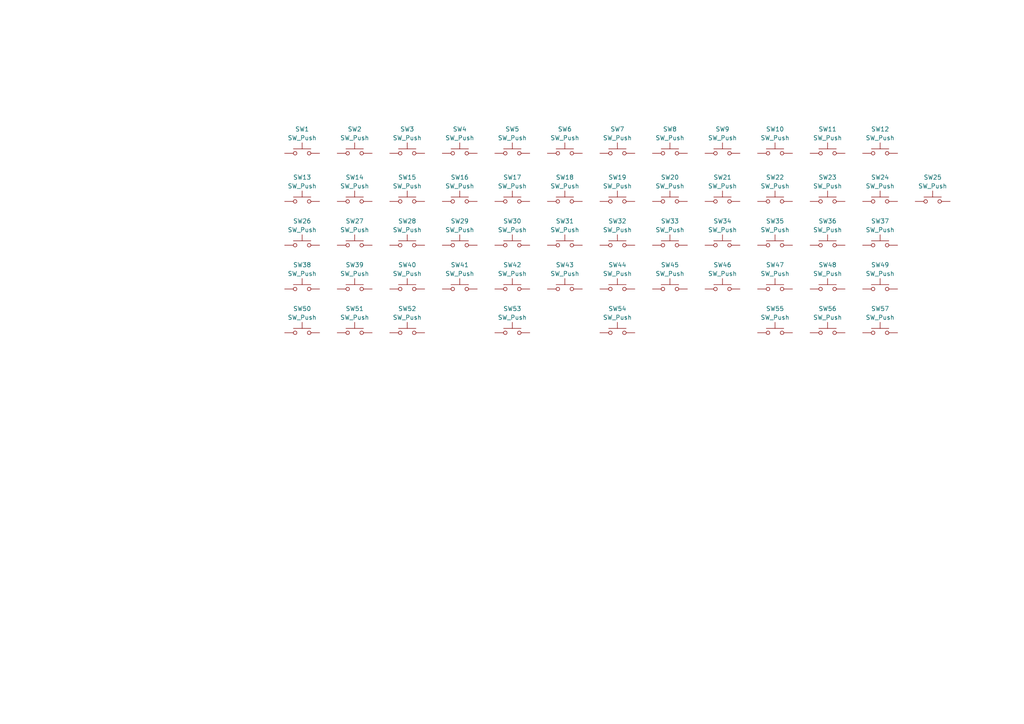
<source format=kicad_sch>
(kicad_sch (version 20230121) (generator eeschema)
  (paper "A4")
  (lib_symbols
    (symbol "Switch:SW_Push" (pin_numbers hide) (pin_names (offset 1.016) hide)
      (property "Reference" "SW" (at 1.27 2.54 0))
      (property "Value" "SW_Push" (at 0 -1.524 0))
      (symbol "SW_Push_0_1"
        (circle (center -2.032 0) (radius 0.508))
        (polyline (pts (xy 0 1.27) (xy 0 3.048)))
        (polyline (pts (xy 2.54 1.27) (xy -2.54 1.27)))
        (circle (center 2.032 0) (radius 0.508))
        (pin passive line (at -5.08 0 0) (length 2.54) (name "1") (number "1"))
        (pin passive line (at 5.08 0 180) (length 2.54) (name "2") (number "2"))
      )
    )
  )
  (symbol (lib_id "Switch:SW_Push") (at 163.83 58.42 0) (unit 1)
    (property "Reference" "SW18" (at 163.83 51.435 0))
    (property "Value" "SW_Push" (at 163.83 53.975 0))
    (property "Footprint" "Ladniys-Lib:SW_Cherry_Hotswap_1.00U" (effects hide))
  )
  (symbol (lib_id "Switch:SW_Push") (at 179.07 44.45 0) (unit 1)
    (property "Reference" "SW7" (at 179.07 37.465 0))
    (property "Value" "SW_Push" (at 179.07 40.005 0))
    (property "Footprint" "Ladniys-Lib:SW_Cherry_Hotswap_1.00U" (effects hide))
  )
  (symbol (lib_id "Switch:SW_Push") (at 163.83 83.82 0) (unit 1)
    (property "Reference" "SW43" (at 163.83 76.835 0))
    (property "Value" "SW_Push" (at 163.83 79.375 0))
    (property "Footprint" "Ladniys-Lib:SW_Cherry_Hotswap_1.00U" (effects hide))
  )
  (symbol (lib_id "Switch:SW_Push") (at 102.87 58.42 0) (unit 1)
    (property "Reference" "SW14" (at 102.87 51.435 0))
    (property "Value" "SW_Push" (at 102.87 53.975 0))
    (property "Footprint" "Ladniys-Lib:SW_Cherry_Hotswap_1.00U" (effects hide))
  )
  (symbol (lib_id "Switch:SW_Push") (at 118.11 58.42 0) (unit 1)
    (property "Reference" "SW15" (at 118.11 51.435 0))
    (property "Value" "SW_Push" (at 118.11 53.975 0))
    (property "Footprint" "Ladniys-Lib:SW_Cherry_Hotswap_1.00U" (effects hide))
  )
  (symbol (lib_id "Switch:SW_Push") (at 224.79 58.42 0) (unit 1)
    (property "Reference" "SW22" (at 224.79 51.435 0))
    (property "Value" "SW_Push" (at 224.79 53.975 0))
    (property "Footprint" "Ladniys-Lib:SW_Cherry_Hotswap_1.00U" (effects hide))
  )
  (symbol (lib_id "Switch:SW_Push") (at 133.35 58.42 0) (unit 1)
    (property "Reference" "SW16" (at 133.35 51.435 0))
    (property "Value" "SW_Push" (at 133.35 53.975 0))
    (property "Footprint" "Ladniys-Lib:SW_Cherry_Hotswap_1.00U" (effects hide))
  )
  (symbol (lib_id "Switch:SW_Push") (at 148.59 44.45 0) (unit 1)
    (property "Reference" "SW5" (at 148.59 37.465 0))
    (property "Value" "SW_Push" (at 148.59 40.005 0))
    (property "Footprint" "Ladniys-Lib:SW_Cherry_Hotswap_1.00U" (effects hide))
  )
  (symbol (lib_id "Switch:SW_Push") (at 118.11 96.52 0) (unit 1)
    (property "Reference" "SW52" (at 118.11 89.535 0))
    (property "Value" "SW_Push" (at 118.11 92.075 0))
    (property "Footprint" "Ladniys-Lib:SW_Cherry_Hotswap_1.5U" (effects hide))
  )
  (symbol (lib_id "Switch:SW_Push") (at 148.59 71.12 0) (unit 1)
    (property "Reference" "SW30" (at 148.59 64.135 0))
    (property "Value" "SW_Push" (at 148.59 66.675 0))
    (property "Footprint" "Ladniys-Lib:SW_Cherry_Hotswap_1.00U" (effects hide))
  )
  (symbol (lib_id "Switch:SW_Push") (at 270.51 58.42 0) (unit 1)
    (property "Reference" "SW25" (at 270.51 51.435 0))
    (property "Value" "SW_Push" (at 270.51 53.975 0))
    (property "Footprint" "Ladniys-Lib:SW_Cherry_Hotswap_1.00U" (effects hide))
  )
  (symbol (lib_id "Switch:SW_Push") (at 240.03 96.52 0) (unit 1)
    (property "Reference" "SW56" (at 240.03 89.535 0))
    (property "Value" "SW_Push" (at 240.03 92.075 0))
    (property "Footprint" "Ladniys-Lib:SW_Cherry_Hotswap_1.00U" (effects hide))
  )
  (symbol (lib_id "Switch:SW_Push") (at 194.31 58.42 0) (unit 1)
    (property "Reference" "SW20" (at 194.31 51.435 0))
    (property "Value" "SW_Push" (at 194.31 53.975 0))
    (property "Footprint" "Ladniys-Lib:SW_Cherry_Hotswap_1.00U" (effects hide))
  )
  (symbol (lib_id "Switch:SW_Push") (at 224.79 96.52 0) (unit 1)
    (property "Reference" "SW55" (at 224.79 89.535 0))
    (property "Value" "SW_Push" (at 224.79 92.075 0))
    (property "Footprint" "Ladniys-Lib:SW_Cherry_Hotswap_1.5U" (effects hide))
  )
  (symbol (lib_id "Switch:SW_Push") (at 133.35 71.12 0) (unit 1)
    (property "Reference" "SW29" (at 133.35 64.135 0))
    (property "Value" "SW_Push" (at 133.35 66.675 0))
    (property "Footprint" "Ladniys-Lib:SW_Cherry_Hotswap_1.00U" (effects hide))
  )
  (symbol (lib_id "Switch:SW_Push") (at 255.27 96.52 0) (unit 1)
    (property "Reference" "SW57" (at 255.27 89.535 0))
    (property "Value" "SW_Push" (at 255.27 92.075 0))
    (property "Footprint" "Ladniys-Lib:SW_Cherry_Hotswap_1.5U" (effects hide))
  )
  (symbol (lib_id "Switch:SW_Push") (at 179.07 58.42 0) (unit 1)
    (property "Reference" "SW19" (at 179.07 51.435 0))
    (property "Value" "SW_Push" (at 179.07 53.975 0))
    (property "Footprint" "Ladniys-Lib:SW_Cherry_Hotswap_1.00U" (effects hide))
  )
  (symbol (lib_id "Switch:SW_Push") (at 118.11 44.45 0) (unit 1)
    (property "Reference" "SW3" (at 118.11 37.465 0))
    (property "Value" "SW_Push" (at 118.11 40.005 0))
    (property "Footprint" "Ladniys-Lib:SW_Cherry_Hotswap_1.00U" (effects hide))
  )
  (symbol (lib_id "Switch:SW_Push") (at 224.79 71.12 0) (unit 1)
    (property "Reference" "SW35" (at 224.79 64.135 0))
    (property "Value" "SW_Push" (at 224.79 66.675 0))
    (property "Footprint" "Ladniys-Lib:SW_Cherry_Hotswap_1.00U" (effects hide))
  )
  (symbol (lib_id "Switch:SW_Push") (at 240.03 83.82 0) (unit 1)
    (property "Reference" "SW48" (at 240.03 76.835 0))
    (property "Value" "SW_Push" (at 240.03 79.375 0))
    (property "Footprint" "Ladniys-Lib:SW_Cherry_Hotswap_1.00U" (effects hide))
  )
  (symbol (lib_id "Switch:SW_Push") (at 148.59 96.52 0) (unit 1)
    (property "Reference" "SW53" (at 148.59 89.535 0))
    (property "Value" "SW_Push" (at 148.59 92.075 0))
    (property "Footprint" "Ladniys-Lib:SW_Cherry_Hotswap_2.25U" (effects hide))
  )
  (symbol (lib_id "Switch:SW_Push") (at 255.27 58.42 0) (unit 1)
    (property "Reference" "SW24" (at 255.27 51.435 0))
    (property "Value" "SW_Push" (at 255.27 53.975 0))
    (property "Footprint" "Ladniys-Lib:SW_Cherry_Hotswap_1.00U" (effects hide))
  )
  (symbol (lib_id "Switch:SW_Push") (at 87.63 71.12 0) (unit 1)
    (property "Reference" "SW26" (at 87.63 64.135 0))
    (property "Value" "SW_Push" (at 87.63 66.675 0))
    (property "Footprint" "Ladniys-Lib:SW_Cherry_Hotswap_1.25U" (effects hide))
  )
  (symbol (lib_id "Switch:SW_Push") (at 224.79 44.45 0) (unit 1)
    (property "Reference" "SW10" (at 224.79 37.465 0))
    (property "Value" "SW_Push" (at 224.79 40.005 0))
    (property "Footprint" "Ladniys-Lib:SW_Cherry_Hotswap_1.00U" (effects hide))
  )
  (symbol (lib_id "Switch:SW_Push") (at 102.87 71.12 0) (unit 1)
    (property "Reference" "SW27" (at 102.87 64.135 0))
    (property "Value" "SW_Push" (at 102.87 66.675 0))
    (property "Footprint" "Ladniys-Lib:SW_Cherry_Hotswap_1.00U" (effects hide))
  )
  (symbol (lib_id "Switch:SW_Push") (at 102.87 96.52 0) (unit 1)
    (property "Reference" "SW51" (at 102.87 89.535 0))
    (property "Value" "SW_Push" (at 102.87 92.075 0))
    (property "Footprint" "Ladniys-Lib:SW_Cherry_Hotswap_1.00U" (effects hide))
  )
  (symbol (lib_id "Switch:SW_Push") (at 255.27 83.82 0) (unit 1)
    (property "Reference" "SW49" (at 255.27 76.835 0))
    (property "Value" "SW_Push" (at 255.27 79.375 0))
    (property "Footprint" "Ladniys-Lib:SW_Cherry_Hotswap_1.25U" (effects hide))
  )
  (symbol (lib_id "Switch:SW_Push") (at 148.59 83.82 0) (unit 1)
    (property "Reference" "SW42" (at 148.59 76.835 0))
    (property "Value" "SW_Push" (at 148.59 79.375 0))
    (property "Footprint" "Ladniys-Lib:SW_Cherry_Hotswap_1.00U" (effects hide))
  )
  (symbol (lib_id "Switch:SW_Push") (at 194.31 83.82 0) (unit 1)
    (property "Reference" "SW45" (at 194.31 76.835 0))
    (property "Value" "SW_Push" (at 194.31 79.375 0))
    (property "Footprint" "Ladniys-Lib:SW_Cherry_Hotswap_1.00U" (effects hide))
  )
  (symbol (lib_id "Switch:SW_Push") (at 194.31 71.12 0) (unit 1)
    (property "Reference" "SW33" (at 194.31 64.135 0))
    (property "Value" "SW_Push" (at 194.31 66.675 0))
    (property "Footprint" "Ladniys-Lib:SW_Cherry_Hotswap_1.00U" (effects hide))
  )
  (symbol (lib_id "Switch:SW_Push") (at 255.27 44.45 0) (unit 1)
    (property "Reference" "SW12" (at 255.27 37.465 0))
    (property "Value" "SW_Push" (at 255.27 40.005 0))
    (property "Footprint" "Ladniys-Lib:SW_Cherry_Hotswap_1.00U" (effects hide))
  )
  (symbol (lib_id "Switch:SW_Push") (at 209.55 83.82 0) (unit 1)
    (property "Reference" "SW46" (at 209.55 76.835 0))
    (property "Value" "SW_Push" (at 209.55 79.375 0))
    (property "Footprint" "Ladniys-Lib:SW_Cherry_Hotswap_1.00U" (effects hide))
  )
  (symbol (lib_id "Switch:SW_Push") (at 224.79 83.82 0) (unit 1)
    (property "Reference" "SW47" (at 224.79 76.835 0))
    (property "Value" "SW_Push" (at 224.79 79.375 0))
    (property "Footprint" "Ladniys-Lib:SW_Cherry_Hotswap_1.00U" (effects hide))
  )
  (symbol (lib_id "Switch:SW_Push") (at 87.63 44.45 0) (unit 1)
    (property "Reference" "SW1" (at 87.63 37.465 0))
    (property "Value" "SW_Push" (at 87.63 40.005 0))
    (property "Footprint" "Ladniys-Lib:SW_Cherry_Hotswap_1.00U" (effects hide))
  )
  (symbol (lib_id "Switch:SW_Push") (at 102.87 83.82 0) (unit 1)
    (property "Reference" "SW39" (at 102.87 76.835 0))
    (property "Value" "SW_Push" (at 102.87 79.375 0))
    (property "Footprint" "Ladniys-Lib:SW_Cherry_Hotswap_1.00U" (effects hide))
  )
  (symbol (lib_id "Switch:SW_Push") (at 87.63 58.42 0) (unit 1)
    (property "Reference" "SW13" (at 87.63 51.435 0))
    (property "Value" "SW_Push" (at 87.63 53.975 0))
    (property "Footprint" "Ladniys-Lib:SW_Cherry_Hotswap_1.00U" (effects hide))
  )
  (symbol (lib_id "Switch:SW_Push") (at 133.35 44.45 0) (unit 1)
    (property "Reference" "SW4" (at 133.35 37.465 0))
    (property "Value" "SW_Push" (at 133.35 40.005 0))
    (property "Footprint" "Ladniys-Lib:SW_Cherry_Hotswap_1.00U" (effects hide))
  )
  (symbol (lib_id "Switch:SW_Push") (at 255.27 71.12 0) (unit 1)
    (property "Reference" "SW37" (at 255.27 64.135 0))
    (property "Value" "SW_Push" (at 255.27 66.675 0))
    (property "Footprint" "Ladniys-Lib:SW_Cherry_Hotswap_1.75U" (effects hide))
  )
  (symbol (lib_id "Switch:SW_Push") (at 240.03 71.12 0) (unit 1)
    (property "Reference" "SW36" (at 240.03 64.135 0))
    (property "Value" "SW_Push" (at 240.03 66.675 0))
    (property "Footprint" "Ladniys-Lib:SW_Cherry_Hotswap_1.00U" (effects hide))
  )
  (symbol (lib_id "Switch:SW_Push") (at 209.55 71.12 0) (unit 1)
    (property "Reference" "SW34" (at 209.55 64.135 0))
    (property "Value" "SW_Push" (at 209.55 66.675 0))
    (property "Footprint" "Ladniys-Lib:SW_Cherry_Hotswap_1.00U" (effects hide))
  )
  (symbol (lib_id "Switch:SW_Push") (at 163.83 71.12 0) (unit 1)
    (property "Reference" "SW31" (at 163.83 64.135 0))
    (property "Value" "SW_Push" (at 163.83 66.675 0))
    (property "Footprint" "Ladniys-Lib:SW_Cherry_Hotswap_1.00U" (effects hide))
  )
  (symbol (lib_id "Switch:SW_Push") (at 209.55 58.42 0) (unit 1)
    (property "Reference" "SW21" (at 209.55 51.435 0))
    (property "Value" "SW_Push" (at 209.55 53.975 0))
    (property "Footprint" "Ladniys-Lib:SW_Cherry_Hotswap_1.00U" (effects hide))
  )
  (symbol (lib_id "Switch:SW_Push") (at 163.83 44.45 0) (unit 1)
    (property "Reference" "SW6" (at 163.83 37.465 0))
    (property "Value" "SW_Push" (at 163.83 40.005 0))
    (property "Footprint" "Ladniys-Lib:SW_Cherry_Hotswap_1.00U" (effects hide))
  )
  (symbol (lib_id "Switch:SW_Push") (at 179.07 96.52 0) (unit 1)
    (property "Reference" "SW54" (at 179.07 89.535 0))
    (property "Value" "SW_Push" (at 179.07 92.075 0))
    (property "Footprint" "Ladniys-Lib:SW_Cherry_Hotswap_2.75U" (effects hide))
  )
  (symbol (lib_id "Switch:SW_Push") (at 118.11 83.82 0) (unit 1)
    (property "Reference" "SW40" (at 118.11 76.835 0))
    (property "Value" "SW_Push" (at 118.11 79.375 0))
    (property "Footprint" "Ladniys-Lib:SW_Cherry_Hotswap_1.00U" (effects hide))
  )
  (symbol (lib_id "Switch:SW_Push") (at 148.59 58.42 0) (unit 1)
    (property "Reference" "SW17" (at 148.59 51.435 0))
    (property "Value" "SW_Push" (at 148.59 53.975 0))
    (property "Footprint" "Ladniys-Lib:SW_Cherry_Hotswap_1.00U" (effects hide))
  )
  (symbol (lib_id "Switch:SW_Push") (at 240.03 58.42 0) (unit 1)
    (property "Reference" "SW23" (at 240.03 51.435 0))
    (property "Value" "SW_Push" (at 240.03 53.975 0))
    (property "Footprint" "Ladniys-Lib:SW_Cherry_Hotswap_1.00U" (effects hide))
  )
  (symbol (lib_id "Switch:SW_Push") (at 133.35 83.82 0) (unit 1)
    (property "Reference" "SW41" (at 133.35 76.835 0))
    (property "Value" "SW_Push" (at 133.35 79.375 0))
    (property "Footprint" "Ladniys-Lib:SW_Cherry_Hotswap_1.00U" (effects hide))
  )
  (symbol (lib_id "Switch:SW_Push") (at 87.63 83.82 0) (unit 1)
    (property "Reference" "SW38" (at 87.63 76.835 0))
    (property "Value" "SW_Push" (at 87.63 79.375 0))
    (property "Footprint" "Ladniys-Lib:SW_Cherry_Hotswap_1.75U" (effects hide))
  )
  (symbol (lib_id "Switch:SW_Push") (at 194.31 44.45 0) (unit 1)
    (property "Reference" "SW8" (at 194.31 37.465 0))
    (property "Value" "SW_Push" (at 194.31 40.005 0))
    (property "Footprint" "Ladniys-Lib:SW_Cherry_Hotswap_1.00U" (effects hide))
  )
  (symbol (lib_id "Switch:SW_Push") (at 209.55 44.45 0) (unit 1)
    (property "Reference" "SW9" (at 209.55 37.465 0))
    (property "Value" "SW_Push" (at 209.55 40.005 0))
    (property "Footprint" "Ladniys-Lib:SW_Cherry_Hotswap_1.00U" (effects hide))
  )
  (symbol (lib_id "Switch:SW_Push") (at 179.07 71.12 0) (unit 1)
    (property "Reference" "SW32" (at 179.07 64.135 0))
    (property "Value" "SW_Push" (at 179.07 66.675 0))
    (property "Footprint" "Ladniys-Lib:SW_Cherry_Hotswap_1.00U" (effects hide))
  )
  (symbol (lib_id "Switch:SW_Push") (at 240.03 44.45 0) (unit 1)
    (property "Reference" "SW11" (at 240.03 37.465 0))
    (property "Value" "SW_Push" (at 240.03 40.005 0))
    (property "Footprint" "Ladniys-Lib:SW_Cherry_Hotswap_1.00U" (effects hide))
  )
  (symbol (lib_id "Switch:SW_Push") (at 102.87 44.45 0) (unit 1)
    (property "Reference" "SW2" (at 102.87 37.465 0))
    (property "Value" "SW_Push" (at 102.87 40.005 0))
    (property "Footprint" "Ladniys-Lib:SW_Cherry_Hotswap_1.00U" (effects hide))
  )
  (symbol (lib_id "Switch:SW_Push") (at 118.11 71.12 0) (unit 1)
    (property "Reference" "SW28" (at 118.11 64.135 0))
    (property "Value" "SW_Push" (at 118.11 66.675 0))
    (property "Footprint" "Ladniys-Lib:SW_Cherry_Hotswap_1.00U" (effects hide))
  )
  (symbol (lib_id "Switch:SW_Push") (at 179.07 83.82 0) (unit 1)
    (property "Reference" "SW44" (at 179.07 76.835 0))
    (property "Value" "SW_Push" (at 179.07 79.375 0))
    (property "Footprint" "Ladniys-Lib:SW_Cherry_Hotswap_1.00U" (effects hide))
  )
  (symbol (lib_id "Switch:SW_Push") (at 87.63 96.52 0) (unit 1)
    (property "Reference" "SW50" (at 87.63 89.535 0))
    (property "Value" "SW_Push" (at 87.63 92.075 0))
    (property "Footprint" "Ladniys-Lib:SW_Cherry_Hotswap_1.5U" (effects hide))
  )
)
</source>
